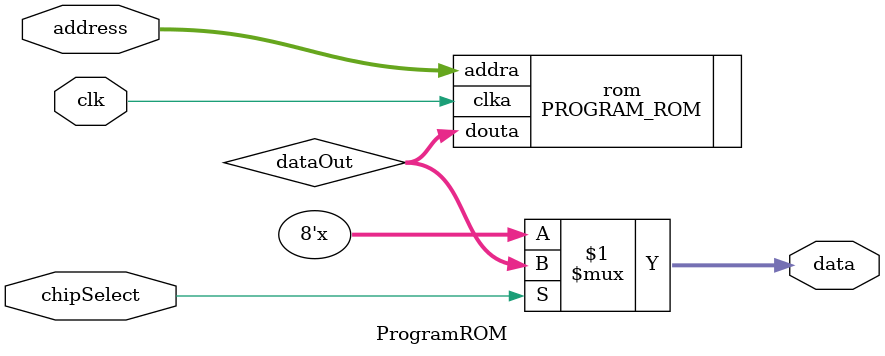
<source format=v>
`timescale 1ns / 1ps


module ProgramROM(
    input clk,
    input chipSelect,
    input [14:0] address,
    output [7:0] data
);
    wire [7:0] dataOut;
    assign data = (chipSelect) ? dataOut : 8'hZZ;
    
    // 32 kB program
    // Program.coe is what is loaded into here.
    PROGRAM_ROM rom(
        .clka(clk),
        .addra(address),
        .douta(dataOut)
    );
endmodule

</source>
